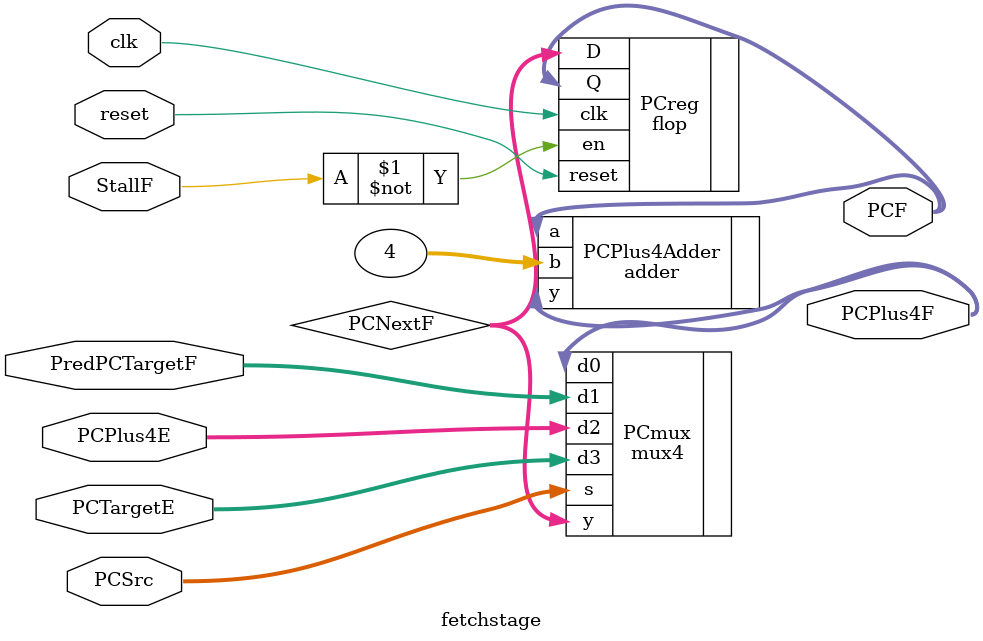
<source format=v>
`timescale 1ns / 1ps


module fetchstage(input clk, reset,
                  input [31:0] PCTargetE, PCPlus4E,
                  input [31:0] PredPCTargetF,
                  input [1:0] PCSrc,
                  input StallF,
                  output [31:0] PCF, PCPlus4F);

    //Intermedoate PC value
    wire [31:0] PCNextF;
    
    //PC Register logic
    mux4 PCmux(.d0(PCPlus4F),
               .d1(PredPCTargetF),
               .d2(PCPlus4E),
               .d3(PCTargetE),
               .s(PCSrc),
               .y(PCNextF));
    
    flop PCreg(.clk (clk),
               .en (~StallF), 
               .reset (reset),
               .D (PCNextF),
               .Q (PCF));

    adder PCPlus4Adder(.a (PCF),
                       .b (4),
                       .y (PCPlus4F));

endmodule

</source>
